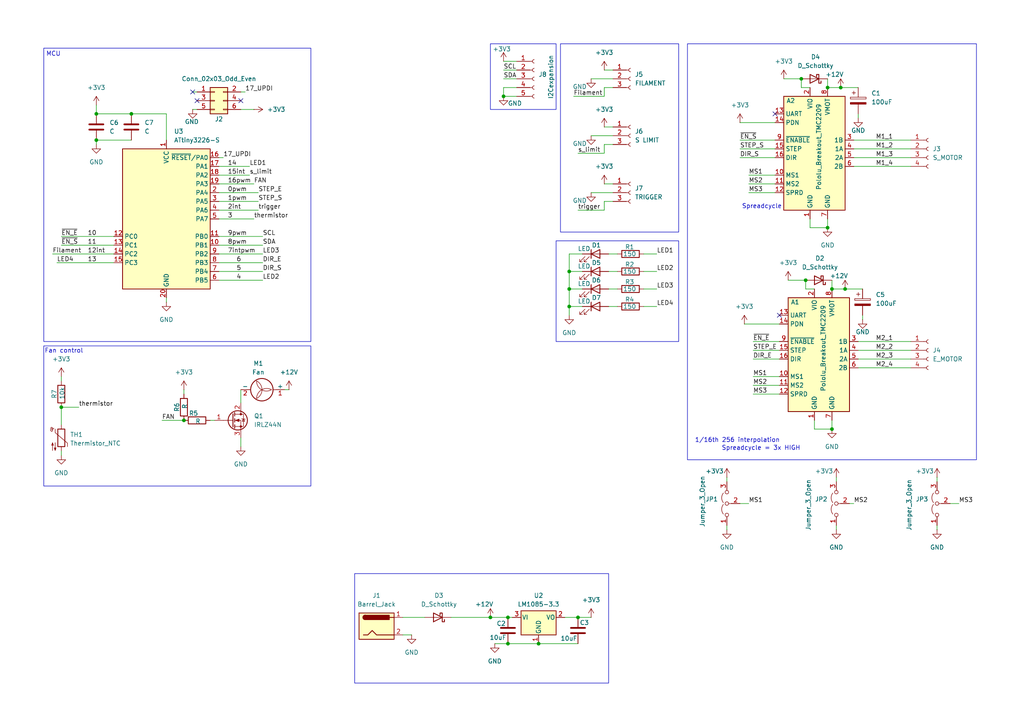
<source format=kicad_sch>
(kicad_sch (version 20231120) (generator "eeschema") (generator_version "8.0")
  (paper "A4")
  (lib_symbols
    (symbol "Connector:Barrel_Jack" (pin_names (offset 1.016))
      (property "Reference" "J" (at 0 5.334 0))
      (property "Value" "Barrel_Jack" (at 0 -5.08 0))
      (symbol "Barrel_Jack_0_1"
        (rectangle (start -5.08 3.81) (end 5.08 -3.81) (stroke (width 0.254)) (fill (type background)))
        (arc (start -3.302 3.175) (mid -3.9343 2.54) (end -3.302 1.905) (stroke (width 0.254)))
        (arc (start -3.302 3.175) (mid -3.9343 2.54) (end -3.302 1.905) (stroke (width 0.254)) (fill (type outline)))
        (polyline (pts (xy 5.08 2.54) (xy 3.81 2.54)) (stroke (width 0.254)))
        (polyline (pts (xy -3.81 -2.54) (xy -2.54 -2.54) (xy -1.27 -1.27) (xy 0 -2.54) (xy 2.54 -2.54) (xy 5.08 -2.54)) (stroke (width 0.254)))
        (rectangle (start 3.683 3.175) (end -3.302 1.905) (stroke (width 0.254)) (fill (type outline)))
      )
      (symbol "Barrel_Jack_1_1"
        (pin passive line (at 7.62 2.54 180) (length 2.54) (name "~") (number "1"))
        (pin passive line (at 7.62 -2.54 180) (length 2.54) (name "~") (number "2"))
      )
    )
    (symbol "Connector:Conn_01x03_Socket" (pin_names (offset 1.016) hide)
      (property "Reference" "J" (at 0 5.08 0))
      (property "Value" "Conn_01x03_Socket" (at 0 -5.08 0))
      (symbol "Conn_01x03_Socket_1_1"
        (arc (start 0 -2.032) (mid -0.5058 -2.54) (end 0 -3.048) (stroke (width 0.1524)))
        (polyline (pts (xy -1.27 -2.54) (xy -0.508 -2.54)) (stroke (width 0.1524)))
        (polyline (pts (xy -1.27 0) (xy -0.508 0)) (stroke (width 0.1524)))
        (polyline (pts (xy -1.27 2.54) (xy -0.508 2.54)) (stroke (width 0.1524)))
        (arc (start 0 0.508) (mid -0.5058 0) (end 0 -0.508) (stroke (width 0.1524)))
        (arc (start 0 3.048) (mid -0.5058 2.54) (end 0 2.032) (stroke (width 0.1524)))
        (pin passive line (at -5.08 2.54 0) (length 3.81) (name "Pin_1") (number "1"))
        (pin passive line (at -5.08 0 0) (length 3.81) (name "Pin_2") (number "2"))
        (pin passive line (at -5.08 -2.54 0) (length 3.81) (name "Pin_3") (number "3"))
      )
    )
    (symbol "Connector:Conn_01x04_Socket" (pin_names (offset 1.016) hide)
      (property "Reference" "J" (at 0 5.08 0))
      (property "Value" "Conn_01x04_Socket" (at 0 -7.62 0))
      (symbol "Conn_01x04_Socket_1_1"
        (arc (start 0 -4.572) (mid -0.5058 -5.08) (end 0 -5.588) (stroke (width 0.1524)))
        (arc (start 0 -2.032) (mid -0.5058 -2.54) (end 0 -3.048) (stroke (width 0.1524)))
        (polyline (pts (xy -1.27 -5.08) (xy -0.508 -5.08)) (stroke (width 0.1524)))
        (polyline (pts (xy -1.27 -2.54) (xy -0.508 -2.54)) (stroke (width 0.1524)))
        (polyline (pts (xy -1.27 0) (xy -0.508 0)) (stroke (width 0.1524)))
        (polyline (pts (xy -1.27 2.54) (xy -0.508 2.54)) (stroke (width 0.1524)))
        (arc (start 0 0.508) (mid -0.5058 0) (end 0 -0.508) (stroke (width 0.1524)))
        (arc (start 0 3.048) (mid -0.5058 2.54) (end 0 2.032) (stroke (width 0.1524)))
        (pin passive line (at -5.08 2.54 0) (length 3.81) (name "Pin_1") (number "1"))
        (pin passive line (at -5.08 0 0) (length 3.81) (name "Pin_2") (number "2"))
        (pin passive line (at -5.08 -2.54 0) (length 3.81) (name "Pin_3") (number "3"))
        (pin passive line (at -5.08 -5.08 0) (length 3.81) (name "Pin_4") (number "4"))
      )
    )
    (symbol "Connector:Conn_01x05_Socket" (pin_names (offset 1.016) hide)
      (property "Reference" "J" (at 0 7.62 0))
      (property "Value" "Conn_01x05_Socket" (at 0 -7.62 0))
      (symbol "Conn_01x05_Socket_1_1"
        (arc (start 0 -4.572) (mid -0.5058 -5.08) (end 0 -5.588) (stroke (width 0.1524)))
        (arc (start 0 -2.032) (mid -0.5058 -2.54) (end 0 -3.048) (stroke (width 0.1524)))
        (polyline (pts (xy -1.27 -5.08) (xy -0.508 -5.08)) (stroke (width 0.1524)))
        (polyline (pts (xy -1.27 -2.54) (xy -0.508 -2.54)) (stroke (width 0.1524)))
        (polyline (pts (xy -1.27 0) (xy -0.508 0)) (stroke (width 0.1524)))
        (polyline (pts (xy -1.27 2.54) (xy -0.508 2.54)) (stroke (width 0.1524)))
        (polyline (pts (xy -1.27 5.08) (xy -0.508 5.08)) (stroke (width 0.1524)))
        (arc (start 0 0.508) (mid -0.5058 0) (end 0 -0.508) (stroke (width 0.1524)))
        (arc (start 0 3.048) (mid -0.5058 2.54) (end 0 2.032) (stroke (width 0.1524)))
        (arc (start 0 5.588) (mid -0.5058 5.08) (end 0 4.572) (stroke (width 0.1524)))
        (pin passive line (at -5.08 5.08 0) (length 3.81) (name "Pin_1") (number "1"))
        (pin passive line (at -5.08 2.54 0) (length 3.81) (name "Pin_2") (number "2"))
        (pin passive line (at -5.08 0 0) (length 3.81) (name "Pin_3") (number "3"))
        (pin passive line (at -5.08 -2.54 0) (length 3.81) (name "Pin_4") (number "4"))
        (pin passive line (at -5.08 -5.08 0) (length 3.81) (name "Pin_5") (number "5"))
      )
    )
    (symbol "Connector_Generic:Conn_02x03_Odd_Even" (pin_names (offset 1.016) hide)
      (property "Reference" "J" (at 1.27 5.08 0))
      (property "Value" "Conn_02x03_Odd_Even" (at 1.27 -5.08 0))
      (symbol "Conn_02x03_Odd_Even_1_1"
        (rectangle (start -1.27 -2.413) (end 0 -2.667) (stroke (width 0.1524)))
        (rectangle (start -1.27 0.127) (end 0 -0.127) (stroke (width 0.1524)))
        (rectangle (start -1.27 2.667) (end 0 2.413) (stroke (width 0.1524)))
        (rectangle (start -1.27 3.81) (end 3.81 -3.81) (stroke (width 0.254)) (fill (type background)))
        (rectangle (start 3.81 -2.413) (end 2.54 -2.667) (stroke (width 0.1524)))
        (rectangle (start 3.81 0.127) (end 2.54 -0.127) (stroke (width 0.1524)))
        (rectangle (start 3.81 2.667) (end 2.54 2.413) (stroke (width 0.1524)))
        (pin passive line (at -5.08 2.54 0) (length 3.81) (name "Pin_1") (number "1"))
        (pin passive line (at 7.62 2.54 180) (length 3.81) (name "Pin_2") (number "2"))
        (pin passive line (at -5.08 0 0) (length 3.81) (name "Pin_3") (number "3"))
        (pin passive line (at 7.62 0 180) (length 3.81) (name "Pin_4") (number "4"))
        (pin passive line (at -5.08 -2.54 0) (length 3.81) (name "Pin_5") (number "5"))
        (pin passive line (at 7.62 -2.54 180) (length 3.81) (name "Pin_6") (number "6"))
      )
    )
    (symbol "Device:C" (pin_numbers hide) (pin_names (offset 0.254))
      (property "Reference" "C" (at 0.635 2.54 0))
      (property "Value" "C" (at 0.635 -2.54 0))
      (symbol "C_0_1"
        (polyline (pts (xy -2.032 -0.762) (xy 2.032 -0.762)) (stroke (width 0.508)))
        (polyline (pts (xy -2.032 0.762) (xy 2.032 0.762)) (stroke (width 0.508)))
      )
      (symbol "C_1_1"
        (pin passive line (at 0 3.81 270) (length 2.794) (name "~") (number "1"))
        (pin passive line (at 0 -3.81 90) (length 2.794) (name "~") (number "2"))
      )
    )
    (symbol "Device:C_Polarized" (pin_numbers hide) (pin_names (offset 0.254))
      (property "Reference" "C" (at 0.635 2.54 0))
      (property "Value" "C_Polarized" (at 0.635 -2.54 0))
      (symbol "C_Polarized_0_1"
        (rectangle (start -2.286 0.508) (end 2.286 1.016))
        (polyline (pts (xy -1.778 2.286) (xy -0.762 2.286)))
        (polyline (pts (xy -1.27 2.794) (xy -1.27 1.778)))
        (rectangle (start 2.286 -0.508) (end -2.286 -1.016) (fill (type outline)))
      )
      (symbol "C_Polarized_1_1"
        (pin passive line (at 0 3.81 270) (length 2.794) (name "~") (number "1"))
        (pin passive line (at 0 -3.81 90) (length 2.794) (name "~") (number "2"))
      )
    )
    (symbol "Device:D_Schottky" (pin_numbers hide) (pin_names (offset 1.016) hide)
      (property "Reference" "D" (at 0 2.54 0))
      (property "Value" "D_Schottky" (at 0 -2.54 0))
      (symbol "D_Schottky_0_1"
        (polyline (pts (xy 1.27 0) (xy -1.27 0)))
        (polyline (pts (xy 1.27 1.27) (xy 1.27 -1.27) (xy -1.27 0) (xy 1.27 1.27)) (stroke (width 0.254)))
        (polyline (pts (xy -1.905 0.635) (xy -1.905 1.27) (xy -1.27 1.27) (xy -1.27 -1.27) (xy -0.635 -1.27) (xy -0.635 -0.635)) (stroke (width 0.254)))
      )
      (symbol "D_Schottky_1_1"
        (pin passive line (at -3.81 0 0) (length 2.54) (name "K") (number "1"))
        (pin passive line (at 3.81 0 180) (length 2.54) (name "A") (number "2"))
      )
    )
    (symbol "Device:LED" (pin_numbers hide) (pin_names (offset 1.016) hide)
      (property "Reference" "D" (at 0 2.54 0))
      (property "Value" "LED" (at 0 -2.54 0))
      (symbol "LED_0_1"
        (polyline (pts (xy -1.27 -1.27) (xy -1.27 1.27)) (stroke (width 0.254)))
        (polyline (pts (xy -1.27 0) (xy 1.27 0)))
        (polyline (pts (xy 1.27 -1.27) (xy 1.27 1.27) (xy -1.27 0) (xy 1.27 -1.27)) (stroke (width 0.254)))
        (polyline (pts (xy -3.048 -0.762) (xy -4.572 -2.286) (xy -3.81 -2.286) (xy -4.572 -2.286) (xy -4.572 -1.524)))
        (polyline (pts (xy -1.778 -0.762) (xy -3.302 -2.286) (xy -2.54 -2.286) (xy -3.302 -2.286) (xy -3.302 -1.524)))
      )
      (symbol "LED_1_1"
        (pin passive line (at -3.81 0 0) (length 2.54) (name "K") (number "1"))
        (pin passive line (at 3.81 0 180) (length 2.54) (name "A") (number "2"))
      )
    )
    (symbol "Device:R" (pin_numbers hide) (pin_names (offset 0))
      (property "Reference" "R" (at 2.032 0 90))
      (property "Value" "R" (at 0 0 90))
      (symbol "R_0_1"
        (rectangle (start -1.016 -2.54) (end 1.016 2.54) (stroke (width 0.254)))
      )
      (symbol "R_1_1"
        (pin passive line (at 0 3.81 270) (length 1.27) (name "~") (number "1"))
        (pin passive line (at 0 -3.81 90) (length 1.27) (name "~") (number "2"))
      )
    )
    (symbol "Device:Thermistor_NTC" (pin_numbers hide) (pin_names (offset 0))
      (property "Reference" "TH" (at -4.445 0 90))
      (property "Value" "Thermistor_NTC" (at 3.175 0 90))
      (symbol "Thermistor_NTC_0_1"
        (arc (start -3.048 2.159) (mid -3.0495 2.3143) (end -3.175 2.413))
        (arc (start -3.048 2.159) (mid -2.9736 1.9794) (end -2.794 1.905))
        (arc (start -3.048 2.794) (mid -2.9736 2.6144) (end -2.794 2.54))
        (arc (start -2.794 1.905) (mid -2.6144 1.9794) (end -2.54 2.159))
        (arc (start -2.794 2.54) (mid -2.4393 2.5587) (end -2.159 2.794))
        (arc (start -2.794 3.048) (mid -2.9736 2.9736) (end -3.048 2.794))
        (arc (start -2.54 2.794) (mid -2.6144 2.9736) (end -2.794 3.048))
        (rectangle (start -1.016 2.54) (end 1.016 -2.54) (stroke (width 0.254)))
        (polyline (pts (xy -2.54 2.159) (xy -2.54 2.794)))
        (polyline (pts (xy -1.778 2.54) (xy -1.778 1.524) (xy 1.778 -1.524) (xy 1.778 -2.54)))
        (polyline (pts (xy -2.54 -3.683) (xy -2.54 -1.397) (xy -2.794 -2.159) (xy -2.286 -2.159) (xy -2.54 -1.397) (xy -2.54 -1.651)) (fill (type outline)))
        (polyline (pts (xy -1.778 -1.397) (xy -1.778 -3.683) (xy -2.032 -2.921) (xy -1.524 -2.921) (xy -1.778 -3.683) (xy -1.778 -3.429)) (fill (type outline)))
      )
      (symbol "Thermistor_NTC_1_1"
        (pin passive line (at 0 3.81 270) (length 1.27) (name "~") (number "1"))
        (pin passive line (at 0 -3.81 90) (length 1.27) (name "~") (number "2"))
      )
    )
    (symbol "Jumper:Jumper_3_Open" (pin_names (offset 0) hide) (exclude_from_sim yes) (in_bom no)
      (property "Reference" "JP" (at -2.54 -2.54 0))
      (property "Value" "Jumper_3_Open" (at 0 2.794 0))
      (symbol "Jumper_3_Open_0_0"
        (circle (center -3.302 0) (radius 0.508))
        (circle (center 0 0) (radius 0.508))
        (circle (center 3.302 0) (radius 0.508))
      )
      (symbol "Jumper_3_Open_0_1"
        (arc (start -0.254 1.016) (mid -1.651 1.4992) (end -3.048 1.016))
        (polyline (pts (xy 0 -0.508) (xy 0 -1.27)))
        (arc (start 3.048 1.016) (mid 1.651 1.4992) (end 0.254 1.016))
      )
      (symbol "Jumper_3_Open_1_1"
        (pin passive line (at -6.35 0 0) (length 2.54) (name "A") (number "1"))
        (pin passive line (at 0 -3.81 90) (length 2.54) (name "C") (number "2"))
        (pin passive line (at 6.35 0 180) (length 2.54) (name "B") (number "3"))
      )
    )
    (symbol "MCU_Microchip_ATtiny:ATtiny3226-S"
      (property "Reference" "U" (at -12.7 21.59 0))
      (property "Value" "ATtiny3226-S" (at 2.54 -21.59 0))
      (symbol "ATtiny3226-S_0_1"
        (rectangle (start -12.7 -20.32) (end 12.7 20.32) (stroke (width 0.254)) (fill (type background)))
      )
      (symbol "ATtiny3226-S_1_1"
        (pin power_in line (at 0 22.86 270) (length 2.54) (name "VCC") (number "1"))
        (pin bidirectional line (at 15.24 -7.62 180) (length 2.54) (name "PB1") (number "10"))
        (pin bidirectional line (at 15.24 -5.08 180) (length 2.54) (name "PB0") (number "11"))
        (pin bidirectional line (at -15.24 -5.08 0) (length 2.54) (name "PC0") (number "12"))
        (pin bidirectional line (at -15.24 -7.62 0) (length 2.54) (name "PC1") (number "13"))
        (pin bidirectional line (at -15.24 -10.16 0) (length 2.54) (name "PC2") (number "14"))
        (pin bidirectional line (at -15.24 -12.7 0) (length 2.54) (name "PC3") (number "15"))
        (pin bidirectional line (at 15.24 17.78 180) (length 2.54) (name "~{RESET}/PA0") (number "16"))
        (pin bidirectional line (at 15.24 15.24 180) (length 2.54) (name "PA1") (number "17"))
        (pin bidirectional line (at 15.24 12.7 180) (length 2.54) (name "PA2") (number "18"))
        (pin bidirectional line (at 15.24 10.16 180) (length 2.54) (name "PA3") (number "19"))
        (pin bidirectional line (at 15.24 7.62 180) (length 2.54) (name "PA4") (number "2"))
        (pin power_in line (at 0 -22.86 90) (length 2.54) (name "GND") (number "20"))
        (pin bidirectional line (at 15.24 5.08 180) (length 2.54) (name "PA5") (number "3"))
        (pin bidirectional line (at 15.24 2.54 180) (length 2.54) (name "PA6") (number "4"))
        (pin bidirectional line (at 15.24 0 180) (length 2.54) (name "PA7") (number "5"))
        (pin bidirectional line (at 15.24 -17.78 180) (length 2.54) (name "PB5") (number "6"))
        (pin bidirectional line (at 15.24 -15.24 180) (length 2.54) (name "PB4") (number "7"))
        (pin bidirectional line (at 15.24 -12.7 180) (length 2.54) (name "PB3") (number "8"))
        (pin bidirectional line (at 15.24 -10.16 180) (length 2.54) (name "PB2") (number "9"))
      )
    )
    (symbol "Motor:Fan" (pin_names (offset 0))
      (property "Reference" "M" (at 2.54 5.08 0))
      (property "Value" "Fan" (at 2.54 -2.54 0))
      (symbol "Fan_0_1"
        (arc (start -2.54 -0.508) (mid 0.0028 0.9121) (end 0 3.81))
        (polyline (pts (xy 0 -5.08) (xy 0 -4.572)))
        (polyline (pts (xy 0 -2.2352) (xy 0 -2.6416)))
        (polyline (pts (xy 0 4.2672) (xy 0 4.6228)))
        (polyline (pts (xy 0 4.572) (xy 0 5.08)))
        (circle (center 0 1.016) (radius 3.2512) (stroke (width 0.254)))
        (arc (start 0 3.81) (mid 0.053 0.921) (end 2.54 -0.508))
        (arc (start 2.54 -0.508) (mid 0 1.0618) (end -2.54 -0.508))
      )
      (symbol "Fan_1_1"
        (pin passive line (at 0 7.62 270) (length 2.54) (name "+") (number "1"))
        (pin passive line (at 0 -5.08 90) (length 2.54) (name "-") (number "2"))
      )
    )
    (symbol "Regulator_Linear:LM1085-3.3" (pin_names (offset 0.254))
      (property "Reference" "U" (at -3.81 3.175 0))
      (property "Value" "LM1085-3.3" (at 0 3.175 0))
      (symbol "LM1085-3.3_0_1"
        (rectangle (start -5.08 1.905) (end 5.08 -5.08) (stroke (width 0.254)) (fill (type background)))
      )
      (symbol "LM1085-3.3_1_1"
        (pin power_in line (at 0 -7.62 90) (length 2.54) (name "GND") (number "1"))
        (pin power_out line (at 7.62 0 180) (length 2.54) (name "VO") (number "2"))
        (pin power_in line (at -7.62 0 0) (length 2.54) (name "VI") (number "3"))
      )
    )
    (symbol "Silentstepstick_breakouts:Pololu_Breakout_TMC2209"
      (property "Reference" "A" (at -2.54 19.05 0))
      (property "Value" "Pololu_Breakout_TMC2209" (at -2.54 16.51 0))
      (symbol "Pololu_Breakout_TMC2209_0_1"
        (rectangle (start 10.16 -17.78) (end -7.62 15.24) (stroke (width 0.254)) (fill (type background)))
      )
      (symbol "Pololu_Breakout_TMC2209_1_1"
        (pin power_in line (at 0 -20.32 90) (length 2.54) (name "GND") (number "1"))
        (pin input line (at -10.16 -7.62 0) (length 2.54) (name "MS1") (number "10"))
        (pin input line (at -10.16 -10.16 0) (length 2.54) (name "MS2") (number "11"))
        (pin bidirectional line (at -10.16 -12.7 0) (length 2.54) (name "SPRD") (number "12"))
        (pin bidirectional line (at -10.16 10.16 0) (length 2.54) (name "UART") (number "13"))
        (pin bidirectional line (at -10.16 7.62 0) (length 2.54) (name "PDN") (number "14"))
        (pin input line (at -10.16 0 0) (length 2.54) (name "STEP") (number "15"))
        (pin input line (at -10.16 -2.54 0) (length 2.54) (name "DIR") (number "16"))
        (pin power_in line (at 0 17.78 270) (length 2.54) (name "VIO") (number "2"))
        (pin output line (at 12.7 2.54 180) (length 2.54) (name "1B") (number "3"))
        (pin output line (at 12.7 0 180) (length 2.54) (name "1A") (number "4"))
        (pin output line (at 12.7 -2.54 180) (length 2.54) (name "2A") (number "5"))
        (pin output line (at 12.7 -5.08 180) (length 2.54) (name "2B") (number "6"))
        (pin power_in line (at 5.08 -20.32 90) (length 2.54) (name "GND") (number "7"))
        (pin power_in line (at 5.08 17.78 270) (length 2.54) (name "VMOT") (number "8"))
        (pin input line (at -10.16 2.54 0) (length 2.54) (name "~{ENABLE}") (number "9"))
      )
    )
    (symbol "Transistor_FET:IRLZ44N" (pin_names hide)
      (property "Reference" "Q" (at 5.08 1.905 0))
      (property "Value" "IRLZ44N" (at 5.08 0 0))
      (symbol "IRLZ44N_0_1"
        (polyline (pts (xy 0.254 0) (xy -2.54 0)))
        (polyline (pts (xy 0.254 1.905) (xy 0.254 -1.905)) (stroke (width 0.254)))
        (polyline (pts (xy 0.762 -1.27) (xy 0.762 -2.286)) (stroke (width 0.254)))
        (polyline (pts (xy 0.762 0.508) (xy 0.762 -0.508)) (stroke (width 0.254)))
        (polyline (pts (xy 0.762 2.286) (xy 0.762 1.27)) (stroke (width 0.254)))
        (polyline (pts (xy 2.54 2.54) (xy 2.54 1.778)))
        (polyline (pts (xy 2.54 -2.54) (xy 2.54 0) (xy 0.762 0)))
        (polyline (pts (xy 0.762 -1.778) (xy 3.302 -1.778) (xy 3.302 1.778) (xy 0.762 1.778)))
        (polyline (pts (xy 1.016 0) (xy 2.032 0.381) (xy 2.032 -0.381) (xy 1.016 0)) (fill (type outline)))
        (polyline (pts (xy 2.794 0.508) (xy 2.921 0.381) (xy 3.683 0.381) (xy 3.81 0.254)))
        (polyline (pts (xy 3.302 0.381) (xy 2.921 -0.254) (xy 3.683 -0.254) (xy 3.302 0.381)))
        (circle (center 1.651 0) (radius 2.794) (stroke (width 0.254)))
        (circle (center 2.54 -1.778) (radius 0.254) (fill (type outline)))
        (circle (center 2.54 1.778) (radius 0.254) (fill (type outline)))
      )
      (symbol "IRLZ44N_1_1"
        (pin input line (at -5.08 0 0) (length 2.54) (name "G") (number "1"))
        (pin passive line (at 2.54 5.08 270) (length 2.54) (name "D") (number "2"))
        (pin passive line (at 2.54 -5.08 90) (length 2.54) (name "S") (number "3"))
      )
    )
    (symbol "power:+12V" (power) (pin_numbers hide) (pin_names (offset 0) hide)
      (property "Value" "+12V" (at 0 3.556 0))
      (symbol "+12V_0_1"
        (polyline (pts (xy -0.762 1.27) (xy 0 2.54)))
        (polyline (pts (xy 0 0) (xy 0 2.54)))
        (polyline (pts (xy 0 2.54) (xy 0.762 1.27)))
      )
      (symbol "+12V_1_1"
        (pin power_in line (at 0 0 90) (length 0) (name "~") (number "1"))
      )
    )
    (symbol "power:+3V3" (power) (pin_numbers hide) (pin_names (offset 0) hide)
      (property "Value" "+3V3" (at 0 3.556 0))
      (symbol "+3V3_0_1"
        (polyline (pts (xy -0.762 1.27) (xy 0 2.54)))
        (polyline (pts (xy 0 0) (xy 0 2.54)))
        (polyline (pts (xy 0 2.54) (xy 0.762 1.27)))
      )
      (symbol "+3V3_1_1"
        (pin power_in line (at 0 0 90) (length 0) (name "~") (number "1"))
      )
    )
    (symbol "power:GND" (power) (pin_numbers hide) (pin_names (offset 0) hide)
      (property "Value" "GND" (at 0 -3.81 0))
      (symbol "GND_0_1"
        (polyline (pts (xy 0 0) (xy 0 -1.27) (xy 1.27 -1.27) (xy 0 -2.54) (xy -1.27 -1.27) (xy 0 -1.27)))
      )
      (symbol "GND_1_1"
        (pin power_in line (at 0 0 270) (length 0) (name "~") (number "1"))
      )
    )
  )
  (junction (at 38.1 33.02))
  (junction (at 147.32 186.69))
  (junction (at 245.11 83.82))
  (junction (at 165.1 88.9))
  (junction (at 142.24 179.07))
  (junction (at 27.94 33.02))
  (junction (at 27.94 40.64))
  (junction (at 240.03 25.4))
  (junction (at 232.41 22.86))
  (junction (at 165.1 78.74))
  (junction (at 167.64 179.07))
  (junction (at 165.1 83.82))
  (junction (at 53.34 121.92))
  (junction (at 147.32 179.07))
  (junction (at 17.78 118.11))
  (junction (at 241.3 124.46))
  (junction (at 146.05 27.94))
  (junction (at 233.68 81.28))
  (junction (at 156.21 186.69))
  (junction (at 243.84 25.4))
  (junction (at 240.03 66.04))
  (junction (at 241.3 83.82))
  (no_connect (at 224.79 33.02))
  (no_connect (at 69.85 29.21))
  (no_connect (at 57.15 29.21))
  (no_connect (at 55.88 26.67))
  (no_connect (at 226.06 91.44))
  (wire (pts (xy 63.5 68.58) (xy 76.2 68.58)))
  (wire (pts (xy 247.65 146.05) (xy 246.38 146.05)))
  (wire (pts (xy 271.78 138.43) (xy 271.78 139.7)))
  (wire (pts (xy 16.51 76.2) (xy 33.02 76.2)))
  (wire (pts (xy 63.5 60.96) (xy 74.93 60.96)))
  (wire (pts (xy 176.53 88.9) (xy 179.07 88.9)))
  (wire (pts (xy 245.11 83.82) (xy 250.19 83.82)))
  (wire (pts (xy 69.85 26.67) (xy 71.12 26.67)))
  (wire (pts (xy 69.85 127) (xy 69.85 129.54)))
  (wire (pts (xy 271.78 152.4) (xy 271.78 153.67)))
  (wire (pts (xy 236.22 121.92) (xy 236.22 124.46)))
  (wire (pts (xy 248.92 101.6) (xy 264.16 101.6)))
  (wire (pts (xy 48.26 33.02) (xy 48.26 40.64)))
  (wire (pts (xy 17.78 118.11) (xy 22.86 118.11)))
  (wire (pts (xy 175.26 41.91) (xy 175.26 44.45)))
  (wire (pts (xy 236.22 124.46) (xy 241.3 124.46)))
  (wire (pts (xy 17.78 68.58) (xy 33.02 68.58)))
  (wire (pts (xy 176.53 73.66) (xy 179.07 73.66)))
  (wire (pts (xy 60.96 121.92) (xy 62.23 121.92)))
  (wire (pts (xy 234.95 25.4) (xy 232.41 25.4)))
  (wire (pts (xy 241.3 83.82) (xy 245.11 83.82)))
  (wire (pts (xy 228.6 81.28) (xy 233.68 81.28)))
  (wire (pts (xy 165.1 78.74) (xy 168.91 78.74)))
  (wire (pts (xy 167.64 60.96) (xy 175.26 60.96)))
  (wire (pts (xy 218.44 104.14) (xy 226.06 104.14)))
  (wire (pts (xy 186.69 83.82) (xy 190.5 83.82)))
  (wire (pts (xy 53.34 113.03) (xy 53.34 114.3)))
  (wire (pts (xy 116.84 184.15) (xy 119.38 184.15)))
  (wire (pts (xy 147.32 186.69) (xy 156.21 186.69)))
  (wire (pts (xy 210.82 152.4) (xy 210.82 153.67)))
  (wire (pts (xy 17.78 109.22) (xy 17.78 110.49)))
  (wire (pts (xy 146.05 27.94) (xy 149.86 27.94)))
  (wire (pts (xy 215.9 93.98) (xy 226.06 93.98)))
  (wire (pts (xy 166.37 27.94) (xy 175.26 27.94)))
  (wire (pts (xy 63.5 63.5) (xy 73.66 63.5)))
  (wire (pts (xy 248.92 99.06) (xy 264.16 99.06)))
  (wire (pts (xy 63.5 73.66) (xy 76.2 73.66)))
  (wire (pts (xy 17.78 130.81) (xy 17.78 132.08)))
  (wire (pts (xy 240.03 63.5) (xy 240.03 66.04)))
  (wire (pts (xy 218.44 109.22) (xy 226.06 109.22)))
  (wire (pts (xy 63.5 81.28) (xy 76.2 81.28)))
  (wire (pts (xy 55.88 26.67) (xy 57.15 26.67)))
  (wire (pts (xy 165.1 78.74) (xy 165.1 73.66)))
  (wire (pts (xy 63.5 58.42) (xy 74.93 58.42)))
  (wire (pts (xy 165.1 91.44) (xy 165.1 88.9)))
  (wire (pts (xy 63.5 76.2) (xy 76.2 76.2)))
  (wire (pts (xy 186.69 73.66) (xy 190.5 73.66)))
  (wire (pts (xy 147.32 179.07) (xy 148.59 179.07)))
  (wire (pts (xy 63.5 78.74) (xy 76.2 78.74)))
  (wire (pts (xy 250.19 91.44) (xy 250.19 92.71)))
  (wire (pts (xy 241.3 81.28) (xy 241.3 83.82)))
  (wire (pts (xy 156.21 186.69) (xy 167.64 186.69)))
  (wire (pts (xy 63.5 45.72) (xy 64.77 45.72)))
  (wire (pts (xy 116.84 179.07) (xy 123.19 179.07)))
  (wire (pts (xy 27.94 41.91) (xy 27.94 40.64)))
  (wire (pts (xy 165.1 83.82) (xy 168.91 83.82)))
  (wire (pts (xy 247.65 45.72) (xy 264.16 45.72)))
  (wire (pts (xy 63.5 50.8) (xy 72.39 50.8)))
  (wire (pts (xy 278.13 146.05) (xy 275.59 146.05)))
  (wire (pts (xy 175.26 25.4) (xy 177.8 25.4)))
  (wire (pts (xy 175.26 41.91) (xy 177.8 41.91)))
  (wire (pts (xy 63.5 55.88) (xy 74.93 55.88)))
  (wire (pts (xy 242.57 138.43) (xy 242.57 139.7)))
  (wire (pts (xy 146.05 22.86) (xy 149.86 22.86)))
  (wire (pts (xy 186.69 88.9) (xy 190.5 88.9)))
  (wire (pts (xy 48.26 86.36) (xy 48.26 87.63)))
  (wire (pts (xy 82.55 113.03) (xy 83.82 113.03)))
  (wire (pts (xy 146.05 20.32) (xy 149.86 20.32)))
  (wire (pts (xy 236.22 83.82) (xy 233.68 83.82)))
  (wire (pts (xy 149.86 25.4) (xy 146.05 25.4)))
  (wire (pts (xy 167.64 179.07) (xy 171.45 179.07)))
  (wire (pts (xy 27.94 30.48) (xy 27.94 33.02)))
  (wire (pts (xy 186.69 78.74) (xy 190.5 78.74)))
  (wire (pts (xy 69.85 31.75) (xy 73.66 31.75)))
  (wire (pts (xy 248.92 104.14) (xy 264.16 104.14)))
  (wire (pts (xy 55.88 31.75) (xy 57.15 31.75)))
  (wire (pts (xy 175.26 20.32) (xy 177.8 20.32)))
  (wire (pts (xy 63.5 53.34) (xy 73.66 53.34)))
  (wire (pts (xy 214.63 43.18) (xy 224.79 43.18)))
  (wire (pts (xy 217.17 146.05) (xy 214.63 146.05)))
  (wire (pts (xy 167.64 44.45) (xy 175.26 44.45)))
  (wire (pts (xy 146.05 17.78) (xy 149.86 17.78)))
  (wire (pts (xy 171.45 55.88) (xy 177.8 55.88)))
  (wire (pts (xy 242.57 152.4) (xy 242.57 153.67)))
  (wire (pts (xy 69.85 113.03) (xy 69.85 116.84)))
  (wire (pts (xy 175.26 25.4) (xy 175.26 27.94)))
  (wire (pts (xy 15.24 73.66) (xy 33.02 73.66)))
  (wire (pts (xy 63.5 71.12) (xy 76.2 71.12)))
  (wire (pts (xy 175.26 58.42) (xy 177.8 58.42)))
  (wire (pts (xy 17.78 118.11) (xy 17.78 123.19)))
  (wire (pts (xy 248.92 106.68) (xy 264.16 106.68)))
  (wire (pts (xy 38.1 33.02) (xy 48.26 33.02)))
  (wire (pts (xy 175.26 58.42) (xy 175.26 60.96)))
  (wire (pts (xy 241.3 121.92) (xy 241.3 124.46)))
  (wire (pts (xy 214.63 35.56) (xy 224.79 35.56)))
  (wire (pts (xy 143.51 186.69) (xy 147.32 186.69)))
  (wire (pts (xy 17.78 71.12) (xy 33.02 71.12)))
  (wire (pts (xy 233.68 83.82) (xy 233.68 81.28)))
  (wire (pts (xy 27.94 40.64) (xy 38.1 40.64)))
  (wire (pts (xy 227.33 22.86) (xy 232.41 22.86)))
  (wire (pts (xy 165.1 73.66) (xy 168.91 73.66)))
  (wire (pts (xy 130.81 179.07) (xy 142.24 179.07)))
  (wire (pts (xy 214.63 45.72) (xy 224.79 45.72)))
  (wire (pts (xy 247.65 48.26) (xy 264.16 48.26)))
  (wire (pts (xy 176.53 78.74) (xy 179.07 78.74)))
  (wire (pts (xy 46.99 121.92) (xy 53.34 121.92)))
  (wire (pts (xy 234.95 66.04) (xy 240.03 66.04)))
  (wire (pts (xy 214.63 40.64) (xy 224.79 40.64)))
  (wire (pts (xy 218.44 99.06) (xy 226.06 99.06)))
  (wire (pts (xy 142.24 179.07) (xy 147.32 179.07)))
  (wire (pts (xy 27.94 33.02) (xy 38.1 33.02)))
  (wire (pts (xy 163.83 179.07) (xy 167.64 179.07)))
  (wire (pts (xy 217.17 55.88) (xy 224.79 55.88)))
  (wire (pts (xy 175.26 53.34) (xy 177.8 53.34)))
  (wire (pts (xy 165.1 88.9) (xy 165.1 83.82)))
  (wire (pts (xy 210.82 138.43) (xy 210.82 139.7)))
  (wire (pts (xy 171.45 39.37) (xy 177.8 39.37)))
  (wire (pts (xy 232.41 25.4) (xy 232.41 22.86)))
  (wire (pts (xy 218.44 114.3) (xy 226.06 114.3)))
  (wire (pts (xy 240.03 25.4) (xy 243.84 25.4)))
  (wire (pts (xy 247.65 43.18) (xy 264.16 43.18)))
  (wire (pts (xy 240.03 22.86) (xy 240.03 25.4)))
  (wire (pts (xy 224.79 53.34) (xy 217.17 53.34)))
  (wire (pts (xy 234.95 63.5) (xy 234.95 66.04)))
  (wire (pts (xy 243.84 25.4) (xy 248.92 25.4)))
  (wire (pts (xy 218.44 101.6) (xy 226.06 101.6)))
  (wire (pts (xy 146.05 25.4) (xy 146.05 27.94)))
  (wire (pts (xy 176.53 83.82) (xy 179.07 83.82)))
  (wire (pts (xy 248.92 33.02) (xy 248.92 34.29)))
  (wire (pts (xy 63.5 48.26) (xy 72.39 48.26)))
  (wire (pts (xy 217.17 50.8) (xy 224.79 50.8)))
  (wire (pts (xy 175.26 36.83) (xy 177.8 36.83)))
  (wire (pts (xy 171.45 22.86) (xy 177.8 22.86)))
  (wire (pts (xy 165.1 88.9) (xy 168.91 88.9)))
  (wire (pts (xy 226.06 111.76) (xy 218.44 111.76)))
  (wire (pts (xy 165.1 83.82) (xy 165.1 78.74)))
  (wire (pts (xy 247.65 40.64) (xy 264.16 40.64)))
  (rectangle (start 162.56 12.7) (end 196.85 67.31))
  (rectangle (start 142.24 12.7) (end 161.29 31.75))
  (rectangle (start 12.7 100.33) (end 90.17 140.97))
  (rectangle (start 161.29 69.85) (end 196.85 99.06))
  (rectangle (start 199.39 12.7) (end 283.21 133.35))
  (rectangle (start 102.87 166.37) (end 176.53 198.12))
  (rectangle (start 12.7 13.97) (end 90.17 99.06))
  (text "Fan control" (at 18.542 101.854 0) (effects (font (size 1.27 1.27))))
  (text "Spreadcycle = 3x HIGH" (at 220.726 130.048 0) (effects (font (size 1.27 1.27))))
  (text "MCU" (at 15.494 15.748 0) (effects (font (size 1.27 1.27))))
  (text "Spreadcycle" (at 220.98 59.944 0) (effects (font (size 1.27 1.27))))
  (text "1/16th 256 interpolation" (at 213.868 127.762 0) (effects (font (size 1.27 1.27))))
  (label "1pwm" (at 66.04 58.42 0))
  (label "~{EN_S}" (at 214.63 40.64 0))
  (label "2int" (at 66.04 60.96 0))
  (label "M2_4" (at 254 106.68 0))
  (label "MS3" (at 218.44 114.3 0))
  (label "DIR_S" (at 76.2 78.74 0))
  (label "3" (at 66.04 63.5 0))
  (label "7intpwm" (at 66.04 73.66 0))
  (label "STEP_S" (at 74.93 58.42 0))
  (label "DIR_S" (at 214.63 45.72 0))
  (label "STEP_E" (at 218.44 101.6 0))
  (label "16pwm" (at 66.04 53.34 0))
  (label "M2_3" (at 254 104.14 0))
  (label "13" (at 25.4 76.2 0))
  (label "17_UPDI" (at 64.77 45.72 0))
  (label "MS1" (at 218.44 109.22 0))
  (label "s_limit" (at 167.64 44.45 0))
  (label "MS2" (at 247.65 146.05 0))
  (label "4" (at 68.58 81.28 0))
  (label "14" (at 66.04 48.26 0))
  (label "MS3" (at 217.17 55.88 0))
  (label "LED1" (at 72.39 48.26 0))
  (label "12int" (at 25.4 73.66 0))
  (label "DIR_E" (at 76.2 76.2 0))
  (label "LED2" (at 76.2 81.28 0))
  (label "DIR_E" (at 218.44 104.14 0))
  (label "M1_2" (at 254 43.18 0))
  (label "MS1" (at 217.17 146.05 0))
  (label "M1_1" (at 254 40.64 0))
  (label "STEP_S" (at 214.63 43.18 0))
  (label "17_UPDI" (at 71.12 26.67 0))
  (label "M1_4" (at 254 48.26 0))
  (label "s_limit" (at 72.39 50.8 0))
  (label "0pwm" (at 66.04 55.88 0))
  (label "9pwm" (at 66.04 68.58 0))
  (label "11" (at 25.4 71.12 0))
  (label "MS1" (at 217.17 50.8 0))
  (label "6" (at 68.58 76.2 0))
  (label "M2_2" (at 254 101.6 0))
  (label "SCL" (at 146.05 20.32 0))
  (label "15int" (at 66.04 50.8 0))
  (label "~{EN_E}" (at 17.78 68.58 0))
  (label "thermistor" (at 73.66 63.5 0))
  (label "~{EN_S}" (at 17.78 71.12 0))
  (label "M2_1" (at 254 99.06 0))
  (label "M1_3" (at 254 45.72 0))
  (label "STEP_E" (at 74.93 55.88 0))
  (label "MS3" (at 278.13 146.05 0))
  (label "trigger" (at 74.93 60.96 0))
  (label "SCL" (at 76.2 68.58 0))
  (label "Filament" (at 166.37 27.94 0))
  (label "~{EN_E}" (at 218.44 99.06 0))
  (label "5" (at 68.58 78.74 0))
  (label "LED2" (at 190.5 78.74 0))
  (label "SDA" (at 146.05 22.86 0))
  (label "LED4" (at 16.51 76.2 0))
  (label "trigger" (at 167.64 60.96 0))
  (label "8pwm" (at 66.04 71.12 0))
  (label "MS2" (at 217.17 53.34 0))
  (label "Filament" (at 15.24 73.66 0))
  (label "LED3" (at 76.2 73.66 0))
  (label "thermistor" (at 22.86 118.11 0))
  (label "FAN" (at 73.66 53.34 0))
  (label "LED1" (at 190.5 73.66 0))
  (label "FAN" (at 46.99 121.92 0))
  (label "MS2" (at 218.44 111.76 0))
  (label "SDA" (at 76.2 71.12 0))
  (label "10" (at 25.4 68.58 0))
  (label "LED3" (at 190.5 83.82 0))
  (label "LED4" (at 190.5 88.9 0))
  (symbol (lib_id "power:+3V3") (at 146.05 17.78 0) (unit 1)
    (property "Reference" "#PWR030" (effects (hide yes)))
    (property "Value" "+3V3" (at 145.542 14.224 0))
    (property "Description" "Power symbol creates a global label with name \"+3V3\"" (effects (hide yes)))
  )
  (symbol (lib_id "Device:LED") (at 172.72 73.66 0) (unit 1)
    (property "Reference" "D1" (at 172.974 71.12 0))
    (property "Value" "LED" (at 169.418 72.136 0))
    (property "Footprint" "LED_THT:LED_D5.0mm" (effects (hide yes)))
    (property "Description" "Light emitting diode" (effects (hide yes)))
  )
  (symbol (lib_id "power:GND") (at 171.45 22.86 0) (unit 1)
    (property "Reference" "#PWR025" (effects (hide yes)))
    (property "Value" "GND" (at 168.148 25.146 0))
    (property "Description" "Power symbol creates a global label with name \"GND\" , ground" (effects (hide yes)))
  )
  (symbol (lib_id "power:+12V") (at 83.82 113.03 0) (unit 1)
    (property "Reference" "#PWR021" (effects (hide yes)))
    (property "Value" "+12V" (at 83.82 107.95 0))
    (property "Description" "Power symbol creates a global label with name \"+12V\"" (effects (hide yes)))
  )
  (symbol (lib_id "Device:C_Polarized") (at 250.19 87.63 0) (unit 1)
    (property "Reference" "C5" (at 254 85.4709 0) (effects (justify left)))
    (property "Value" "100uF" (at 254 88.0109 0) (effects (justify left)))
    (property "Footprint" "Capacitor_THT:CP_Radial_D10.0mm_P5.00mm" (effects (hide yes)))
    (property "Description" "Polarized capacitor" (effects (hide yes)))
  )
  (symbol (lib_id "power:+3V3") (at 271.78 138.43 0) (unit 1)
    (property "Reference" "#PWR040" (effects (hide yes)))
    (property "Value" "+3V3" (at 268.224 136.652 0))
    (property "Description" "Power symbol creates a global label with name \"+3V3\"" (effects (hide yes)))
  )
  (symbol (lib_id "power:+3V3") (at 215.9 93.98 0) (unit 1)
    (property "Reference" "#PWR016" (effects (hide yes)))
    (property "Value" "+3V3" (at 215.9 88.9 0))
    (property "Description" "Power symbol creates a global label with name \"+3V3\"" (effects (hide yes)))
  )
  (symbol (lib_id "Device:R") (at 182.88 83.82 90) (unit 1)
    (property "Reference" "R3" (at 182.626 81.788 90))
    (property "Value" "150" (at 182.626 83.82 90))
    (property "Footprint" "Resistor_SMD:R_0603_1608Metric" (effects (hide yes)))
    (property "Description" "Resistor" (effects (hide yes)))
  )
  (symbol (lib_id "power:GND") (at 271.78 153.67 0) (unit 1)
    (property "Reference" "#PWR041" (effects (hide yes)))
    (property "Value" "GND" (at 271.78 158.75 0))
    (property "Description" "Power symbol creates a global label with name \"GND\" , ground" (effects (hide yes)))
  )
  (symbol (lib_id "Device:LED") (at 172.72 78.74 0) (unit 1)
    (property "Reference" "D5" (at 172.974 76.2 0))
    (property "Value" "LED" (at 169.418 77.216 0))
    (property "Footprint" "LED_THT:LED_D5.0mm" (effects (hide yes)))
    (property "Description" "Light emitting diode" (effects (hide yes)))
  )
  (symbol (lib_id "power:+3V3") (at 73.66 31.75 270) (unit 1)
    (property "Reference" "#PWR07" (effects (hide yes)))
    (property "Value" "+3V3" (at 77.47 31.7499 90) (effects (justify left)))
    (property "Description" "Power symbol creates a global label with name \"+3V3\"" (effects (hide yes)))
  )
  (symbol (lib_id "power:+3V3") (at 175.26 20.32 0) (unit 1)
    (property "Reference" "#PWR024" (effects (hide yes)))
    (property "Value" "+3V3" (at 175.26 15.24 0))
    (property "Description" "Power symbol creates a global label with name \"+3V3\"" (effects (hide yes)))
  )
  (symbol (lib_id "power:+3V3") (at 27.94 30.48 0) (unit 1)
    (property "Reference" "#PWR06" (effects (hide yes)))
    (property "Value" "+3V3" (at 27.94 25.4 0))
    (property "Description" "Power symbol creates a global label with name \"+3V3\"" (effects (hide yes)))
  )
  (symbol (lib_id "Connector:Conn_01x04_Socket") (at 269.24 43.18 0) (unit 1)
    (property "Reference" "J3" (at 270.51 43.1799 0) (effects (justify left)))
    (property "Value" "S_MOTOR" (at 270.51 45.7199 0) (effects (justify left)))
    (property "Footprint" "TerminalBlock:TerminalBlock_bornier-4_P5.08mm" (effects (hide yes)))
    (property "Description" "Generic connector, single row, 01x04, script generated" (effects (hide yes)))
  )
  (symbol (lib_id "Transistor_FET:IRLZ44N") (at 67.31 121.92 0) (unit 1)
    (property "Reference" "Q1" (at 73.66 120.6499 0) (effects (justify left)))
    (property "Value" "IRLZ44N" (at 73.66 123.1899 0) (effects (justify left)))
    (property "Footprint" "Package_TO_SOT_THT:TO-220-3_Horizontal_TabUp" (effects (hide yes)))
    (property "Datasheet" "http://www.irf.com/product-info/datasheets/data/irlz44n.pdf" (effects (hide yes)))
    (property "Description" "47A Id, 55V Vds, 22mOhm Rds Single N-Channel HEXFET Power MOSFET, TO-220AB" (effects (hide yes)))
  )
  (symbol (lib_id "Device:C") (at 147.32 182.88 0) (unit 1)
    (property "Reference" "C2" (at 144.018 180.848 0) (effects (justify left)))
    (property "Value" "10uF" (at 141.986 184.912 0) (effects (justify left)))
    (property "Footprint" "Capacitor_SMD:C_0603_1608Metric" (effects (hide yes)))
    (property "Description" "Unpolarized capacitor" (effects (hide yes)))
  )
  (symbol (lib_id "power:GND") (at 27.94 41.91 0) (unit 1)
    (property "Reference" "#PWR012" (effects (hide yes)))
    (property "Value" "GND" (at 27.94 46.99 0))
    (property "Description" "Power symbol creates a global label with name \"GND\" , ground" (effects (hide yes)))
  )
  (symbol (lib_id "power:GND") (at 55.88 31.75 0) (unit 1)
    (property "Reference" "#PWR010" (effects (hide yes)))
    (property "Value" "GND" (at 55.626 35.306 0))
    (property "Description" "Power symbol creates a global label with name \"GND\" , ground" (effects (hide yes)))
  )
  (symbol (lib_id "Device:C") (at 38.1 36.83 0) (unit 1)
    (property "Reference" "C7" (at 41.91 35.5599 0) (effects (justify left)))
    (property "Value" "C" (at 41.91 38.0999 0) (effects (justify left)))
    (property "Footprint" "Capacitor_SMD:C_0603_1608Metric" (effects (hide yes)))
    (property "Description" "Unpolarized capacitor" (effects (hide yes)))
  )
  (symbol (lib_id "Device:C") (at 167.64 182.88 0) (unit 1)
    (property "Reference" "C3" (at 168.148 180.594 0) (effects (justify left)))
    (property "Value" "10uF" (at 162.56 185.166 0) (effects (justify left)))
    (property "Footprint" "Capacitor_SMD:C_0603_1608Metric" (effects (hide yes)))
    (property "Description" "Unpolarized capacitor" (effects (hide yes)))
  )
  (symbol (lib_id "power:GND") (at 171.45 39.37 0) (unit 1)
    (property "Reference" "#PWR027" (effects (hide yes)))
    (property "Value" "GND" (at 168.148 41.656 0))
    (property "Description" "Power symbol creates a global label with name \"GND\" , ground" (effects (hide yes)))
  )
  (symbol (lib_id "Device:R") (at 17.78 114.3 180) (unit 1)
    (property "Reference" "R7" (at 15.748 114.3 90))
    (property "Value" "10k" (at 18.034 114.046 90))
    (property "Footprint" "Resistor_SMD:R_0603_1608Metric" (effects (hide yes)))
    (property "Description" "Resistor" (effects (hide yes)))
  )
  (symbol (lib_id "power:GND") (at 248.92 34.29 0) (unit 1)
    (property "Reference" "#PWR019" (effects (hide yes)))
    (property "Value" "GND" (at 248.92 37.846 0))
    (property "Description" "Power symbol creates a global label with name \"GND\" , ground" (effects (hide yes)))
  )
  (symbol (lib_id "Silentstepstick_breakouts:Pololu_Breakout_TMC2209") (at 234.95 43.18 0) (unit 1)
    (property "Reference" "A2" (at 228.092 29.21 0) (effects (justify left)))
    (property "Value" "Pololu_Breakout_TMC2209" (at 237.49 55.118 90) (effects (justify left)))
    (property "Footprint" "Module:Pololu_Breakout-16_15.2x20.3mm" (effects (hide yes)))
    (property "Datasheet" "https://www.pololu.com/product/2980/pictures" (effects (hide yes)))
    (property "Description" "Pololu Breakout Board, Stepper Driver A4988" (effects (hide yes)))
  )
  (symbol (lib_id "power:+3V3") (at 53.34 113.03 0) (unit 1)
    (property "Reference" "#PWR036" (effects (hide yes)))
    (property "Value" "+3V3" (at 53.34 107.95 0))
    (property "Description" "Power symbol creates a global label with name \"+3V3\"" (effects (hide yes)))
  )
  (symbol (lib_id "power:+3V3") (at 214.63 35.56 0) (unit 1)
    (property "Reference" "#PWR020" (effects (hide yes)))
    (property "Value" "+3V3" (at 214.63 30.48 0))
    (property "Description" "Power symbol creates a global label with name \"+3V3\"" (effects (hide yes)))
  )
  (symbol (lib_id "Device:D_Schottky") (at 236.22 22.86 180) (unit 1)
    (property "Reference" "D4" (at 236.5375 16.51 0))
    (property "Value" "D_Schottky" (at 236.5375 19.05 0))
    (property "Footprint" "Diode_SMD:D_0603_1608Metric" (effects (hide yes)))
    (property "Description" "Schottky diode" (effects (hide yes)))
  )
  (symbol (lib_id "power:GND") (at 210.82 153.67 0) (unit 1)
    (property "Reference" "#PWR032" (effects (hide yes)))
    (property "Value" "GND" (at 210.82 158.75 0))
    (property "Description" "Power symbol creates a global label with name \"GND\" , ground" (effects (hide yes)))
  )
  (symbol (lib_id "power:GND") (at 69.85 129.54 0) (unit 1)
    (property "Reference" "#PWR034" (effects (hide yes)))
    (property "Value" "GND" (at 69.85 134.62 0))
    (property "Description" "Power symbol creates a global label with name \"GND\" , ground" (effects (hide yes)))
  )
  (symbol (lib_id "Jumper:Jumper_3_Open") (at 210.82 146.05 90) (unit 1) (exclude_from_sim yes) (in_bom no)
    (property "Reference" "JP1" (at 208.28 144.7799 90) (effects (justify left)))
    (property "Value" "Jumper_3_Open" (at 203.708 152.908 0) (effects (justify left)))
    (property "Footprint" "Jumper:SolderJumper-3_P1.3mm_Open_RoundedPad1.0x1.5mm" (effects (hide yes)))
    (property "Description" "Jumper, 3-pole, both open" (effects (hide yes)))
  )
  (symbol (lib_id "Connector:Barrel_Jack") (at 109.22 181.61 0) (unit 1)
    (property "Reference" "J1" (at 109.22 172.72 0))
    (property "Value" "Barrel_Jack" (at 109.22 175.26 0))
    (property "Footprint" "Connector_BarrelJack:BarrelJack_Horizontal" (effects (hide yes)))
    (property "Description" "DC Barrel Jack" (effects (hide yes)))
  )
  (symbol (lib_id "Jumper:Jumper_3_Open") (at 242.57 146.05 90) (unit 1) (exclude_from_sim yes) (in_bom no)
    (property "Reference" "JP2" (at 240.03 144.7799 90) (effects (justify left)))
    (property "Value" "Jumper_3_Open" (at 234.442 153.924 0) (effects (justify left)))
    (property "Footprint" "Jumper:SolderJumper-3_P1.3mm_Open_RoundedPad1.0x1.5mm" (effects (hide yes)))
    (property "Description" "Jumper, 3-pole, both open" (effects (hide yes)))
  )
  (symbol (lib_id "Device:C") (at 27.94 36.83 0) (unit 1)
    (property "Reference" "C6" (at 31.75 35.5599 0) (effects (justify left)))
    (property "Value" "C" (at 31.75 38.0999 0) (effects (justify left)))
    (property "Footprint" "Capacitor_SMD:C_0603_1608Metric" (effects (hide yes)))
    (property "Description" "Unpolarized capacitor" (effects (hide yes)))
  )
  (symbol (lib_id "Device:R") (at 182.88 78.74 90) (unit 1)
    (property "Reference" "R2" (at 182.626 76.708 90))
    (property "Value" "150" (at 182.626 78.74 90))
    (property "Footprint" "Resistor_SMD:R_0603_1608Metric" (effects (hide yes)))
    (property "Description" "Resistor" (effects (hide yes)))
  )
  (symbol (lib_id "Device:R") (at 182.88 73.66 90) (unit 1)
    (property "Reference" "R1" (at 182.626 71.628 90))
    (property "Value" "150" (at 182.626 73.66 90))
    (property "Footprint" "Resistor_SMD:R_0603_1608Metric" (effects (hide yes)))
    (property "Description" "Resistor" (effects (hide yes)))
  )
  (symbol (lib_id "power:GND") (at 241.3 124.46 0) (unit 1)
    (property "Reference" "#PWR08" (effects (hide yes)))
    (property "Value" "GND" (at 241.3 129.54 0))
    (property "Description" "Power symbol creates a global label with name \"GND\" , ground" (effects (hide yes)))
  )
  (symbol (lib_id "power:+3V3") (at 175.26 36.83 0) (unit 1)
    (property "Reference" "#PWR026" (effects (hide yes)))
    (property "Value" "+3V3" (at 175.26 31.75 0))
    (property "Description" "Power symbol creates a global label with name \"+3V3\"" (effects (hide yes)))
  )
  (symbol (lib_id "Device:C_Polarized") (at 248.92 29.21 0) (unit 1)
    (property "Reference" "C1" (at 252.73 27.0509 0) (effects (justify left)))
    (property "Value" "100uF" (at 252.73 29.5909 0) (effects (justify left)))
    (property "Footprint" "Capacitor_THT:CP_Radial_D10.0mm_P5.00mm" (effects (hide yes)))
    (property "Description" "Polarized capacitor" (effects (hide yes)))
  )
  (symbol (lib_id "power:GND") (at 242.57 153.67 0) (unit 1)
    (property "Reference" "#PWR039" (effects (hide yes)))
    (property "Value" "GND" (at 242.57 158.75 0))
    (property "Description" "Power symbol creates a global label with name \"GND\" , ground" (effects (hide yes)))
  )
  (symbol (lib_id "Connector:Conn_01x05_Socket") (at 154.94 22.86 0) (unit 1)
    (property "Reference" "J8" (at 156.21 21.5899 0) (effects (justify left)))
    (property "Value" "I2Cexpansion" (at 159.766 28.702 90) (effects (justify left)))
    (property "Footprint" "Connector_PinHeader_2.54mm:PinHeader_1x05_P2.54mm_Vertical" (effects (hide yes)))
    (property "Description" "Generic connector, single row, 01x05, script generated" (effects (hide yes)))
  )
  (symbol (lib_id "MCU_Microchip_ATtiny:ATtiny3226-S") (at 48.26 63.5 0) (unit 1)
    (property "Reference" "U3" (at 50.4541 38.1 0) (effects (justify left)))
    (property "Value" "ATtiny3226-S" (at 50.4541 40.64 0) (effects (justify left)))
    (property "Footprint" "Package_SO:SOIC-20W_7.5x12.8mm_P1.27mm" (effects (hide yes)))
    (property "Datasheet" "https://ww1.microchip.com/downloads/en/DeviceDoc/ATtiny3224-3226-3227-Data-Sheet-DS40002345A.pdf" (effects (hide yes)))
    (property "Description" "20MHz, 32kB Flash, 3kB SRAM, 256B EEPROM, SOIC-20" (effects (hide yes)))
  )
  (symbol (lib_id "Device:R") (at 53.34 118.11 180) (unit 1)
    (property "Reference" "R6" (at 51.308 118.11 90))
    (property "Value" "R" (at 53.594 117.856 90))
    (property "Footprint" "Resistor_SMD:R_0603_1608Metric" (effects (hide yes)))
    (property "Description" "Resistor" (effects (hide yes)))
  )
  (symbol (lib_id "Connector:Conn_01x04_Socket") (at 269.24 101.6 0) (unit 1)
    (property "Reference" "J4" (at 270.51 101.5999 0) (effects (justify left)))
    (property "Value" "E_MOTOR" (at 270.51 104.1399 0) (effects (justify left)))
    (property "Footprint" "TerminalBlock:TerminalBlock_bornier-4_P5.08mm" (effects (hide yes)))
    (property "Description" "Generic connector, single row, 01x04, script generated" (effects (hide yes)))
  )
  (symbol (lib_id "Silentstepstick_breakouts:Pololu_Breakout_TMC2209") (at 236.22 101.6 0) (unit 1)
    (property "Reference" "A1" (at 229.362 87.63 0) (effects (justify left)))
    (property "Value" "Pololu_Breakout_TMC2209" (at 238.76 113.538 90) (effects (justify left)))
    (property "Footprint" "Module:Pololu_Breakout-16_15.2x20.3mm" (effects (hide yes)))
    (property "Datasheet" "https://www.pololu.com/product/2980/pictures" (effects (hide yes)))
    (property "Description" "Pololu Breakout Board, Stepper Driver A4988" (effects (hide yes)))
  )
  (symbol (lib_id "power:+3V3") (at 242.57 138.43 0) (unit 1)
    (property "Reference" "#PWR033" (effects (hide yes)))
    (property "Value" "+3V3" (at 239.014 136.652 0))
    (property "Description" "Power symbol creates a global label with name \"+3V3\"" (effects (hide yes)))
  )
  (symbol (lib_id "power:GND") (at 146.05 27.94 0) (unit 1)
    (property "Reference" "#PWR031" (effects (hide yes)))
    (property "Value" "GND" (at 149.352 29.972 0))
    (property "Description" "Power symbol creates a global label with name \"GND\" , ground" (effects (hide yes)))
  )
  (symbol (lib_id "power:+12V") (at 243.84 25.4 0) (unit 1)
    (property "Reference" "#PWR018" (effects (hide yes)))
    (property "Value" "+12V" (at 242.062 21.59 0))
    (property "Description" "Power symbol creates a global label with name \"+12V\"" (effects (hide yes)))
  )
  (symbol (lib_id "Connector_Generic:Conn_02x03_Odd_Even") (at 62.23 29.21 0) (unit 1)
    (property "Reference" "J2" (at 63.5 34.544 0))
    (property "Value" "Conn_02x03_Odd_Even" (at 63.5 22.86 0))
    (property "Footprint" "Connector_PinHeader_2.54mm:PinHeader_2x03_P2.54mm_Vertical" (effects (hide yes)))
    (property "Description" "Generic connector, double row, 02x03, odd/even pin numbering scheme (row 1 odd numbers, row 2 even numbers), script generated (kicad-library-utils/schlib/autogen/connector/)" (effects (hide yes)))
  )
  (symbol (lib_id "power:+3V3") (at 175.26 53.34 0) (unit 1)
    (property "Reference" "#PWR028" (effects (hide yes)))
    (property "Value" "+3V3" (at 175.26 48.26 0))
    (property "Description" "Power symbol creates a global label with name \"+3V3\"" (effects (hide yes)))
  )
  (symbol (lib_id "power:GND") (at 48.26 87.63 0) (unit 1)
    (property "Reference" "#PWR013" (effects (hide yes)))
    (property "Value" "GND" (at 48.26 92.71 0))
    (property "Description" "Power symbol creates a global label with name \"GND\" , ground" (effects (hide yes)))
  )
  (symbol (lib_id "Motor:Fan") (at 74.93 113.03 270) (unit 1)
    (property "Reference" "M1" (at 74.93 105.41 90))
    (property "Value" "Fan" (at 74.93 107.95 90))
    (property "Footprint" "Connector_PinHeader_2.54mm:PinHeader_1x02_P2.54mm_Vertical" (effects (hide yes)))
    (property "Description" "Fan" (effects (hide yes)))
  )
  (symbol (lib_id "power:GND") (at 119.38 184.15 0) (unit 1)
    (property "Reference" "#PWR05" (effects (hide yes)))
    (property "Value" "GND" (at 119.38 189.23 0))
    (property "Description" "Power symbol creates a global label with name \"GND\" , ground" (effects (hide yes)))
  )
  (symbol (lib_id "Device:R") (at 182.88 88.9 90) (unit 1)
    (property "Reference" "R4" (at 182.626 86.868 90))
    (property "Value" "150" (at 182.626 88.9 90))
    (property "Footprint" "Resistor_SMD:R_0603_1608Metric" (effects (hide yes)))
    (property "Description" "Resistor" (effects (hide yes)))
  )
  (symbol (lib_id "Connector:Conn_01x03_Socket") (at 182.88 39.37 0) (unit 1)
    (property "Reference" "J6" (at 184.15 38.0999 0) (effects (justify left)))
    (property "Value" "S LIMIT" (at 184.15 40.6399 0) (effects (justify left)))
    (property "Footprint" "TerminalBlock:TerminalBlock_bornier-3_P5.08mm" (effects (hide yes)))
    (property "Description" "Generic connector, single row, 01x03, script generated" (effects (hide yes)))
  )
  (symbol (lib_id "power:GND") (at 250.19 92.71 0) (unit 1)
    (property "Reference" "#PWR09" (effects (hide yes)))
    (property "Value" "GND" (at 250.19 96.266 0))
    (property "Description" "Power symbol creates a global label with name \"GND\" , ground" (effects (hide yes)))
  )
  (symbol (lib_id "power:+3V3") (at 227.33 22.86 0) (unit 1)
    (property "Reference" "#PWR017" (effects (hide yes)))
    (property "Value" "+3V3" (at 227.33 17.78 0))
    (property "Description" "Power symbol creates a global label with name \"+3V3\"" (effects (hide yes)))
  )
  (symbol (lib_id "power:GND") (at 171.45 55.88 0) (unit 1)
    (property "Reference" "#PWR029" (effects (hide yes)))
    (property "Value" "GND" (at 168.148 58.166 0))
    (property "Description" "Power symbol creates a global label with name \"GND\" , ground" (effects (hide yes)))
  )
  (symbol (lib_id "power:+3V3") (at 17.78 109.22 0) (unit 1)
    (property "Reference" "#PWR037" (effects (hide yes)))
    (property "Value" "+3V3" (at 17.78 104.14 0))
    (property "Description" "Power symbol creates a global label with name \"+3V3\"" (effects (hide yes)))
  )
  (symbol (lib_id "Device:LED") (at 172.72 88.9 0) (unit 1)
    (property "Reference" "D7" (at 172.974 86.36 0))
    (property "Value" "LED" (at 169.418 87.376 0))
    (property "Footprint" "LED_THT:LED_D5.0mm" (effects (hide yes)))
    (property "Description" "Light emitting diode" (effects (hide yes)))
  )
  (symbol (lib_id "Connector:Conn_01x03_Socket") (at 182.88 22.86 0) (unit 1)
    (property "Reference" "J5" (at 184.15 21.5899 0) (effects (justify left)))
    (property "Value" "FILAMENT" (at 184.15 24.1299 0) (effects (justify left)))
    (property "Footprint" "TerminalBlock:TerminalBlock_bornier-3_P5.08mm" (effects (hide yes)))
    (property "Description" "Generic connector, single row, 01x03, script generated" (effects (hide yes)))
  )
  (symbol (lib_id "Device:D_Schottky") (at 237.49 81.28 180) (unit 1)
    (property "Reference" "D2" (at 237.8075 74.93 0))
    (property "Value" "D_Schottky" (at 237.8075 77.47 0))
    (property "Footprint" "Diode_SMD:D_0603_1608Metric" (effects (hide yes)))
    (property "Description" "Schottky diode" (effects (hide yes)))
  )
  (symbol (lib_id "power:+12V") (at 245.11 83.82 0) (unit 1)
    (property "Reference" "#PWR011" (effects (hide yes)))
    (property "Value" "+12V" (at 243.332 80.01 0))
    (property "Description" "Power symbol creates a global label with name \"+12V\"" (effects (hide yes)))
  )
  (symbol (lib_id "power:GND") (at 240.03 66.04 0) (unit 1)
    (property "Reference" "#PWR022" (effects (hide yes)))
    (property "Value" "GND" (at 240.03 71.12 0))
    (property "Description" "Power symbol creates a global label with name \"GND\" , ground" (effects (hide yes)))
  )
  (symbol (lib_id "Device:R") (at 57.15 121.92 90) (unit 1)
    (property "Reference" "R5" (at 56.134 119.888 90))
    (property "Value" "R" (at 57.404 122.174 90))
    (property "Footprint" "Resistor_SMD:R_0603_1608Metric" (effects (hide yes)))
    (property "Description" "Resistor" (effects (hide yes)))
  )
  (symbol (lib_id "Jumper:Jumper_3_Open") (at 271.78 146.05 90) (unit 1) (exclude_from_sim yes) (in_bom no)
    (property "Reference" "JP3" (at 269.24 144.7799 90) (effects (justify left)))
    (property "Value" "Jumper_3_Open" (at 263.652 153.924 0) (effects (justify left)))
    (property "Footprint" "Jumper:SolderJumper-3_P1.3mm_Open_RoundedPad1.0x1.5mm" (effects (hide yes)))
    (property "Description" "Jumper, 3-pole, both open" (effects (hide yes)))
  )
  (symbol (lib_id "power:+3V3") (at 171.45 179.07 0) (unit 1)
    (property "Reference" "#PWR02" (effects (hide yes)))
    (property "Value" "+3V3" (at 171.45 173.99 0))
    (property "Description" "Power symbol creates a global label with name \"+3V3\"" (effects (hide yes)))
  )
  (symbol (lib_id "power:GND") (at 165.1 91.44 0) (unit 1)
    (property "Reference" "#PWR023" (effects (hide yes)))
    (property "Value" "GND" (at 165.1 96.52 0))
    (property "Description" "Power symbol creates a global label with name \"GND\" , ground" (effects (hide yes)))
  )
  (symbol (lib_id "Connector:Conn_01x03_Socket") (at 182.88 55.88 0) (unit 1)
    (property "Reference" "J7" (at 184.15 54.6099 0) (effects (justify left)))
    (property "Value" "TRIGGER" (at 184.15 57.1499 0) (effects (justify left)))
    (property "Footprint" "TerminalBlock:TerminalBlock_bornier-3_P5.08mm" (effects (hide yes)))
    (property "Description" "Generic connector, single row, 01x03, script generated" (effects (hide yes)))
  )
  (symbol (lib_id "power:+3V3") (at 228.6 81.28 0) (unit 1)
    (property "Reference" "#PWR014" (effects (hide yes)))
    (property "Value" "+3V3" (at 228.6 76.2 0))
    (property "Description" "Power symbol creates a global label with name \"+3V3\"" (effects (hide yes)))
  )
  (symbol (lib_id "Device:LED") (at 172.72 83.82 0) (unit 1)
    (property "Reference" "D6" (at 172.974 81.28 0))
    (property "Value" "LED" (at 169.418 82.296 0))
    (property "Footprint" "LED_THT:LED_D5.0mm" (effects (hide yes)))
    (property "Description" "Light emitting diode" (effects (hide yes)))
  )
  (symbol (lib_id "power:GND") (at 17.78 132.08 0) (unit 1)
    (property "Reference" "#PWR038" (effects (hide yes)))
    (property "Value" "GND" (at 17.78 137.16 0))
    (property "Description" "Power symbol creates a global label with name \"GND\" , ground" (effects (hide yes)))
  )
  (symbol (lib_id "power:+12V") (at 142.24 179.07 0) (unit 1)
    (property "Reference" "#PWR01" (effects (hide yes)))
    (property "Value" "+12V" (at 140.462 175.26 0))
    (property "Description" "Power symbol creates a global label with name \"+12V\"" (effects (hide yes)))
  )
  (symbol (lib_id "power:+3V3") (at 210.82 138.43 0) (unit 1)
    (property "Reference" "#PWR015" (effects (hide yes)))
    (property "Value" "+3V3" (at 207.264 136.652 0))
    (property "Description" "Power symbol creates a global label with name \"+3V3\"" (effects (hide yes)))
  )
  (symbol (lib_id "power:GND") (at 143.51 186.69 0) (unit 1)
    (property "Reference" "#PWR03" (effects (hide yes)))
    (property "Value" "GND" (at 143.51 191.77 0))
    (property "Description" "Power symbol creates a global label with name \"GND\" , ground" (effects (hide yes)))
  )
  (symbol (lib_id "Regulator_Linear:LM1085-3.3") (at 156.21 179.07 0) (unit 1)
    (property "Reference" "U2" (at 156.21 172.72 0))
    (property "Value" "LM1085-3.3" (at 156.21 175.26 0))
    (property "Footprint" "Package_TO_SOT_SMD:TO-263-3_TabPin2" (effects (hide yes)))
    (property "Datasheet" "http://www.ti.com/lit/ds/symlink/lm1085.pdf" (effects (hide yes)))
    (property "Description" "3A 27V Linear Regulator, Fixed Output 3.3V, TO-220/TO-263" (effects (hide yes)))
  )
  (symbol (lib_id "Device:D_Schottky") (at 127 179.07 180) (unit 1)
    (property "Reference" "D3" (at 127.3175 172.72 0))
    (property "Value" "D_Schottky" (at 127.3175 175.26 0))
    (property "Footprint" "Diode_SMD:D_0603_1608Metric" (effects (hide yes)))
    (property "Description" "Schottky diode" (effects (hide yes)))
  )
  (symbol (lib_id "Device:Thermistor_NTC") (at 17.78 127 0) (unit 1)
    (property "Reference" "TH1" (at 20.32 126.0474 0) (effects (justify left)))
    (property "Value" "Thermistor_NTC" (at 20.32 128.5874 0) (effects (justify left)))
    (property "Footprint" "Resistor_THT:R_Axial_DIN0614_L14.3mm_D5.7mm_P5.08mm_Vertical" (effects (hide yes)))
    (property "Description" "Temperature dependent resistor, negative temperature coefficient" (effects (hide yes)))
  )
)
</source>
